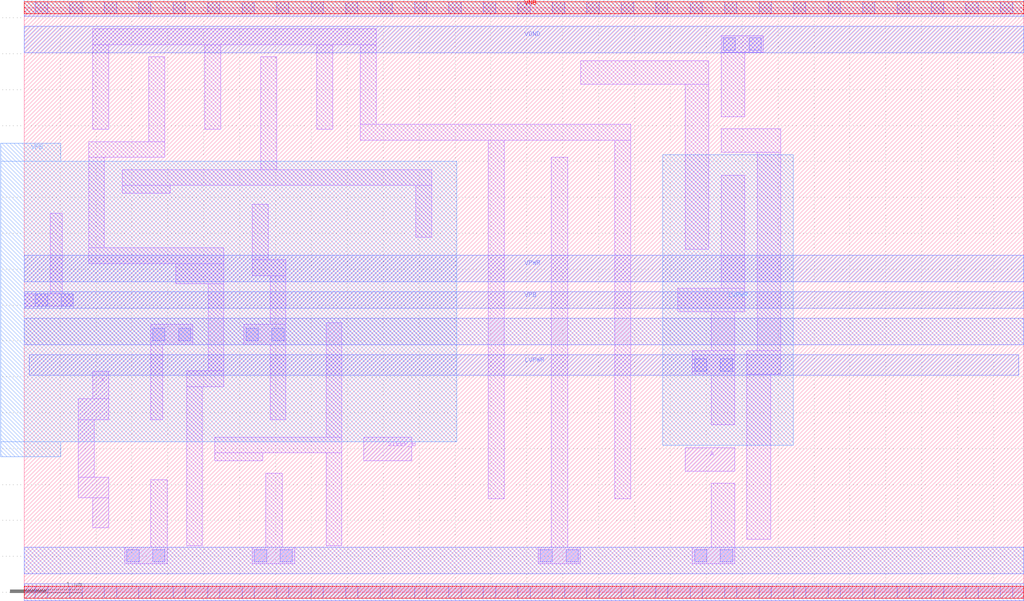
<source format=lef>
# Copyright 2020 The SkyWater PDK Authors
#
# Licensed under the Apache License, Version 2.0 (the "License");
# you may not use this file except in compliance with the License.
# You may obtain a copy of the License at
#
#     https://www.apache.org/licenses/LICENSE-2.0
#
# Unless required by applicable law or agreed to in writing, software
# distributed under the License is distributed on an "AS IS" BASIS,
# WITHOUT WARRANTIES OR CONDITIONS OF ANY KIND, either express or implied.
# See the License for the specific language governing permissions and
# limitations under the License.
#
# SPDX-License-Identifier: Apache-2.0

VERSION 5.7 ;
  NOWIREEXTENSIONATPIN ON ;
  DIVIDERCHAR "/" ;
  BUSBITCHARS "[]" ;
MACRO sky130_fd_sc_hvl__lsbuflv2hv_isosrchvaon_1
  CLASS CORE ;
  FOREIGN sky130_fd_sc_hvl__lsbuflv2hv_isosrchvaon_1 ;
  ORIGIN  0.000000  0.000000 ;
  SIZE  13.92000 BY  8.140000 ;
  SYMMETRY X Y R90 ;
  SITE unithv ;
  PIN A
    ANTENNAGATEAREA  0.279000 ;
    DIRECTION INPUT ;
    USE SIGNAL ;
    PORT
      LAYER li1 ;
        RECT 9.205000 1.685000 9.895000 2.015000 ;
    END
  END A
  PIN SLEEP_B
    ANTENNAGATEAREA  7.125000 ;
    DIRECTION INPUT ;
    USE SIGNAL ;
    PORT
      LAYER li1 ;
        RECT 4.730000 1.830000 5.400000 2.160000 ;
    END
  END SLEEP_B
  PIN X
    ANTENNADIFFAREA  0.397500 ;
    DIRECTION OUTPUT ;
    USE SIGNAL ;
    PORT
      LAYER li1 ;
        RECT 0.755000 1.315000 1.175000 1.605000 ;
        RECT 0.755000 1.605000 0.975000 2.405000 ;
        RECT 0.755000 2.405000 1.175000 2.695000 ;
        RECT 0.955000 0.895000 1.175000 1.315000 ;
        RECT 0.955000 2.695000 1.175000 3.075000 ;
    END
  END X
  PIN LVPWR
    DIRECTION INOUT ;
    USE POWER ;
    PORT
      LAYER met1 ;
        RECT 0.070000 3.020000 13.850000 3.305000 ;
      LAYER nwell ;
        RECT 8.890000 2.045000 10.710000 6.095000 ;
    END
  END LVPWR
  PIN VGND
    DIRECTION INOUT ;
    USE GROUND ;
    PORT
      LAYER met1 ;
        RECT 0.000000 7.515000 13.920000 7.885000 ;
    END
  END VGND
  PIN VNB
    DIRECTION INOUT ;
    USE GROUND ;
    PORT
      LAYER met1 ;
        RECT 0.000000 8.025000 13.920000 8.255000 ;
      LAYER pwell ;
        RECT 0.000000 8.055000 13.920000 8.225000 ;
    END
  END VNB
  PIN VPB
    DIRECTION INOUT ;
    USE POWER ;
    PORT
      LAYER met1 ;
        RECT 0.000000 3.955000 13.920000 4.185000 ;
      LAYER nwell ;
        RECT -0.330000 1.885000 0.510000 2.095000 ;
        RECT -0.330000 2.095000 6.020000 6.005000 ;
        RECT -0.330000 6.005000 0.510000 6.255000 ;
    END
  END VPB
  PIN VPWR
    DIRECTION INOUT ;
    USE POWER ;
    PORT
      LAYER met1 ;
        RECT 0.000000 4.325000 13.920000 4.695000 ;
    END
  END VPWR
  OBS
    LAYER li1 ;
      RECT  0.000000 -0.085000 13.920000 0.085000 ;
      RECT  0.000000  3.985000  0.685000 4.155000 ;
      RECT  0.000000  8.055000 13.920000 8.225000 ;
      RECT  0.360000  4.155000  0.530000 5.280000 ;
      RECT  0.895000  4.575000  2.780000 4.795000 ;
      RECT  0.895000  4.795000  1.115000 6.055000 ;
      RECT  0.895000  6.055000  1.955000 6.275000 ;
      RECT  0.955000  6.445000  1.175000 7.625000 ;
      RECT  0.955000  7.625000  4.900000 7.845000 ;
      RECT  1.365000  5.555000  2.035000 5.665000 ;
      RECT  1.365000  5.665000  5.675000 5.885000 ;
      RECT  1.400000  0.395000  1.990000 0.625000 ;
      RECT  1.735000  6.275000  1.955000 7.455000 ;
      RECT  1.760000  0.625000  1.990000 1.565000 ;
      RECT  1.760000  2.405000  1.930000 3.445000 ;
      RECT  1.760000  3.445000  2.350000 3.735000 ;
      RECT  2.110000  4.295000  2.780000 4.575000 ;
      RECT  2.260000  0.645000  2.480000 2.860000 ;
      RECT  2.260000  2.860000  2.780000 3.085000 ;
      RECT  2.515000  6.445000  2.735000 7.625000 ;
      RECT  2.560000  3.085000  2.780000 4.295000 ;
      RECT  2.650000  1.830000  3.320000 1.940000 ;
      RECT  2.650000  1.940000  4.425000 2.160000 ;
      RECT  3.060000  3.445000  3.645000 3.735000 ;
      RECT  3.175000  0.395000  3.765000 0.625000 ;
      RECT  3.175000  4.410000  3.645000 4.630000 ;
      RECT  3.175000  4.630000  3.395000 5.405000 ;
      RECT  3.295000  5.885000  3.515000 7.455000 ;
      RECT  3.360000  0.625000  3.590000 1.655000 ;
      RECT  3.425000  2.405000  3.645000 3.445000 ;
      RECT  3.425000  3.735000  3.645000 4.410000 ;
      RECT  4.075000  6.445000  4.295000 7.625000 ;
      RECT  4.205000  0.645000  4.425000 1.940000 ;
      RECT  4.205000  2.160000  4.425000 3.755000 ;
      RECT  4.680000  6.295000  8.445000 6.515000 ;
      RECT  4.680000  6.515000  4.900000 7.625000 ;
      RECT  5.455000  4.945000  5.675000 5.665000 ;
      RECT  6.465000  1.305000  6.685000 6.295000 ;
      RECT  7.155000  0.395000  7.745000 0.625000 ;
      RECT  7.340000  0.625000  7.570000 6.055000 ;
      RECT  7.750000  7.075000  9.535000 7.405000 ;
      RECT  8.225000  1.305000  8.445000 6.295000 ;
      RECT  9.100000  3.905000 10.035000 4.235000 ;
      RECT  9.205000  4.775000  9.535000 7.075000 ;
      RECT  9.305000  0.395000  9.895000 0.625000 ;
      RECT  9.305000  3.020000  9.895000 3.365000 ;
      RECT  9.565000  0.625000  9.895000 1.515000 ;
      RECT  9.565000  2.335000  9.895000 3.020000 ;
      RECT  9.565000  3.365000  9.895000 3.905000 ;
      RECT  9.705000  4.235000 10.035000 5.805000 ;
      RECT  9.705000  6.125000 10.535000 6.455000 ;
      RECT  9.705000  6.625000 10.035000 7.520000 ;
      RECT  9.705000  7.520000 10.295000 7.750000 ;
      RECT 10.065000  0.735000 10.395000 3.035000 ;
      RECT 10.065000  3.035000 10.535000 3.365000 ;
      RECT 10.205000  3.365000 10.535000 6.125000 ;
    LAYER mcon ;
      RECT  0.155000 -0.085000  0.325000 0.085000 ;
      RECT  0.155000  3.985000  0.325000 4.155000 ;
      RECT  0.155000  8.055000  0.325000 8.225000 ;
      RECT  0.515000  3.985000  0.685000 4.155000 ;
      RECT  0.635000 -0.085000  0.805000 0.085000 ;
      RECT  0.635000  8.055000  0.805000 8.225000 ;
      RECT  1.115000 -0.085000  1.285000 0.085000 ;
      RECT  1.115000  8.055000  1.285000 8.225000 ;
      RECT  1.430000  0.425000  1.600000 0.595000 ;
      RECT  1.595000 -0.085000  1.765000 0.085000 ;
      RECT  1.595000  8.055000  1.765000 8.225000 ;
      RECT  1.790000  0.425000  1.960000 0.595000 ;
      RECT  1.790000  3.505000  1.960000 3.675000 ;
      RECT  2.075000 -0.085000  2.245000 0.085000 ;
      RECT  2.075000  8.055000  2.245000 8.225000 ;
      RECT  2.150000  3.505000  2.320000 3.675000 ;
      RECT  2.555000 -0.085000  2.725000 0.085000 ;
      RECT  2.555000  8.055000  2.725000 8.225000 ;
      RECT  3.035000 -0.085000  3.205000 0.085000 ;
      RECT  3.035000  8.055000  3.205000 8.225000 ;
      RECT  3.090000  3.505000  3.260000 3.675000 ;
      RECT  3.205000  0.425000  3.375000 0.595000 ;
      RECT  3.450000  3.505000  3.620000 3.675000 ;
      RECT  3.515000 -0.085000  3.685000 0.085000 ;
      RECT  3.515000  8.055000  3.685000 8.225000 ;
      RECT  3.565000  0.425000  3.735000 0.595000 ;
      RECT  3.995000 -0.085000  4.165000 0.085000 ;
      RECT  3.995000  8.055000  4.165000 8.225000 ;
      RECT  4.475000 -0.085000  4.645000 0.085000 ;
      RECT  4.475000  8.055000  4.645000 8.225000 ;
      RECT  4.955000 -0.085000  5.125000 0.085000 ;
      RECT  4.955000  8.055000  5.125000 8.225000 ;
      RECT  5.435000 -0.085000  5.605000 0.085000 ;
      RECT  5.435000  8.055000  5.605000 8.225000 ;
      RECT  5.915000 -0.085000  6.085000 0.085000 ;
      RECT  5.915000  8.055000  6.085000 8.225000 ;
      RECT  6.395000 -0.085000  6.565000 0.085000 ;
      RECT  6.395000  8.055000  6.565000 8.225000 ;
      RECT  6.875000 -0.085000  7.045000 0.085000 ;
      RECT  6.875000  8.055000  7.045000 8.225000 ;
      RECT  7.185000  0.425000  7.355000 0.595000 ;
      RECT  7.355000 -0.085000  7.525000 0.085000 ;
      RECT  7.355000  8.055000  7.525000 8.225000 ;
      RECT  7.545000  0.425000  7.715000 0.595000 ;
      RECT  7.835000 -0.085000  8.005000 0.085000 ;
      RECT  7.835000  8.055000  8.005000 8.225000 ;
      RECT  8.315000 -0.085000  8.485000 0.085000 ;
      RECT  8.315000  8.055000  8.485000 8.225000 ;
      RECT  8.795000 -0.085000  8.965000 0.085000 ;
      RECT  8.795000  8.055000  8.965000 8.225000 ;
      RECT  9.275000 -0.085000  9.445000 0.085000 ;
      RECT  9.275000  8.055000  9.445000 8.225000 ;
      RECT  9.335000  0.425000  9.505000 0.595000 ;
      RECT  9.335000  3.080000  9.505000 3.250000 ;
      RECT  9.695000  0.425000  9.865000 0.595000 ;
      RECT  9.695000  3.080000  9.865000 3.250000 ;
      RECT  9.735000  7.550000  9.905000 7.720000 ;
      RECT  9.755000 -0.085000  9.925000 0.085000 ;
      RECT  9.755000  8.055000  9.925000 8.225000 ;
      RECT 10.095000  7.550000 10.265000 7.720000 ;
      RECT 10.235000 -0.085000 10.405000 0.085000 ;
      RECT 10.235000  8.055000 10.405000 8.225000 ;
      RECT 10.715000 -0.085000 10.885000 0.085000 ;
      RECT 10.715000  8.055000 10.885000 8.225000 ;
      RECT 11.195000 -0.085000 11.365000 0.085000 ;
      RECT 11.195000  8.055000 11.365000 8.225000 ;
      RECT 11.675000 -0.085000 11.845000 0.085000 ;
      RECT 11.675000  8.055000 11.845000 8.225000 ;
      RECT 12.155000 -0.085000 12.325000 0.085000 ;
      RECT 12.155000  8.055000 12.325000 8.225000 ;
      RECT 12.635000 -0.085000 12.805000 0.085000 ;
      RECT 12.635000  8.055000 12.805000 8.225000 ;
      RECT 13.115000 -0.085000 13.285000 0.085000 ;
      RECT 13.115000  8.055000 13.285000 8.225000 ;
      RECT 13.595000 -0.085000 13.765000 0.085000 ;
      RECT 13.595000  8.055000 13.765000 8.225000 ;
    LAYER met1 ;
      RECT 0.000000 -0.115000 13.920000 0.115000 ;
      RECT 0.000000  0.255000 13.920000 0.625000 ;
      RECT 0.000000  3.445000 13.920000 3.815000 ;
    LAYER pwell ;
      RECT 0.000000 -0.085000 13.920000 0.085000 ;
  END
END sky130_fd_sc_hvl__lsbuflv2hv_isosrchvaon_1
END LIBRARY

</source>
